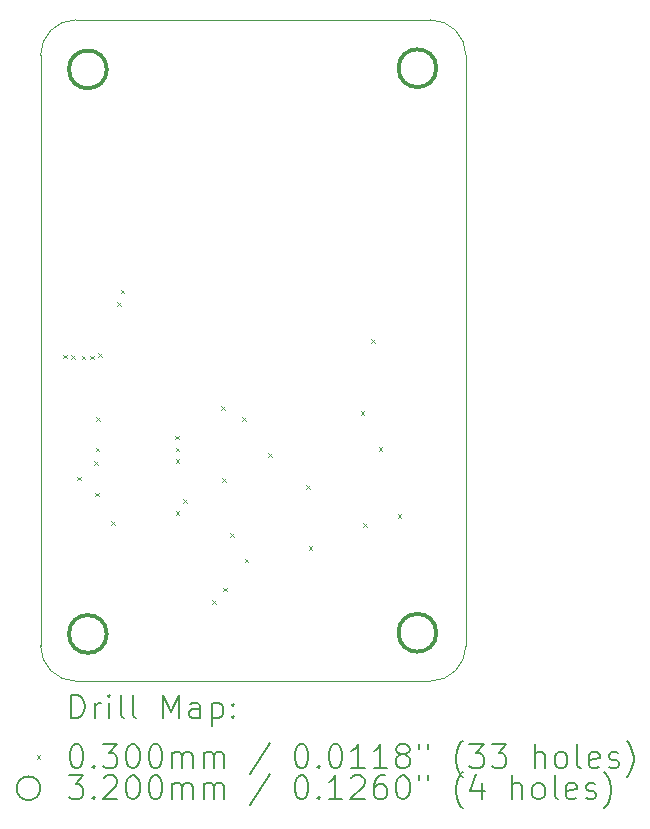
<source format=gbr>
%TF.GenerationSoftware,KiCad,Pcbnew,8.0.7*%
%TF.CreationDate,2025-01-15T11:33:52+05:30*%
%TF.ProjectId,STHDAQ_B1,53544844-4151-45f4-9231-2e6b69636164,rev?*%
%TF.SameCoordinates,Original*%
%TF.FileFunction,Drillmap*%
%TF.FilePolarity,Positive*%
%FSLAX45Y45*%
G04 Gerber Fmt 4.5, Leading zero omitted, Abs format (unit mm)*
G04 Created by KiCad (PCBNEW 8.0.7) date 2025-01-15 11:33:52*
%MOMM*%
%LPD*%
G01*
G04 APERTURE LIST*
%ADD10C,0.050000*%
%ADD11C,0.200000*%
%ADD12C,0.100000*%
%ADD13C,0.320000*%
G04 APERTURE END LIST*
D10*
X17003000Y-5050500D02*
G75*
G02*
X17303000Y-5350500I0J-300000D01*
G01*
X17003000Y-10650500D02*
X14003000Y-10650500D01*
X14003000Y-10650500D02*
G75*
G02*
X13703000Y-10350500I0J300000D01*
G01*
X17303000Y-5350500D02*
X17303000Y-10350500D01*
X17303000Y-10350500D02*
G75*
G02*
X17003000Y-10650500I-300000J0D01*
G01*
X13703000Y-10350500D02*
X13703000Y-5350500D01*
X14003000Y-5050500D02*
X17003000Y-5050500D01*
X13703000Y-5350500D02*
G75*
G02*
X14003000Y-5050500I300000J0D01*
G01*
D11*
D12*
X13893000Y-7885000D02*
X13923000Y-7915000D01*
X13923000Y-7885000D02*
X13893000Y-7915000D01*
X13962643Y-7892065D02*
X13992643Y-7922065D01*
X13992643Y-7892065D02*
X13962643Y-7922065D01*
X14011000Y-8920000D02*
X14041000Y-8950000D01*
X14041000Y-8920000D02*
X14011000Y-8950000D01*
X14052000Y-7894510D02*
X14082000Y-7924510D01*
X14082000Y-7894510D02*
X14052000Y-7924510D01*
X14122000Y-7894510D02*
X14152000Y-7924510D01*
X14152000Y-7894510D02*
X14122000Y-7924510D01*
X14158000Y-8786000D02*
X14188000Y-8816000D01*
X14188000Y-8786000D02*
X14158000Y-8816000D01*
X14166000Y-9056000D02*
X14196000Y-9086000D01*
X14196000Y-9056000D02*
X14166000Y-9086000D01*
X14171000Y-8673000D02*
X14201000Y-8703000D01*
X14201000Y-8673000D02*
X14171000Y-8703000D01*
X14173000Y-8416000D02*
X14203000Y-8446000D01*
X14203000Y-8416000D02*
X14173000Y-8446000D01*
X14189143Y-7874715D02*
X14219143Y-7904715D01*
X14219143Y-7874715D02*
X14189143Y-7904715D01*
X14302000Y-9294000D02*
X14332000Y-9324000D01*
X14332000Y-9294000D02*
X14302000Y-9324000D01*
X14353000Y-7442000D02*
X14383000Y-7472000D01*
X14383000Y-7442000D02*
X14353000Y-7472000D01*
X14381000Y-7338000D02*
X14411000Y-7368000D01*
X14411000Y-7338000D02*
X14381000Y-7368000D01*
X14844000Y-8574000D02*
X14874000Y-8604000D01*
X14874000Y-8574000D02*
X14844000Y-8604000D01*
X14846000Y-9212500D02*
X14876000Y-9242500D01*
X14876000Y-9212500D02*
X14846000Y-9242500D01*
X14848000Y-8672000D02*
X14878000Y-8702000D01*
X14878000Y-8672000D02*
X14848000Y-8702000D01*
X14848000Y-8771500D02*
X14878000Y-8801500D01*
X14878000Y-8771500D02*
X14848000Y-8801500D01*
X14910000Y-9108500D02*
X14940000Y-9138500D01*
X14940000Y-9108500D02*
X14910000Y-9138500D01*
X15157000Y-9965000D02*
X15187000Y-9995000D01*
X15187000Y-9965000D02*
X15157000Y-9995000D01*
X15232000Y-8321500D02*
X15262000Y-8351500D01*
X15262000Y-8321500D02*
X15232000Y-8351500D01*
X15239000Y-8931500D02*
X15269000Y-8961500D01*
X15269000Y-8931500D02*
X15239000Y-8961500D01*
X15247500Y-9860500D02*
X15277500Y-9890500D01*
X15277500Y-9860500D02*
X15247500Y-9890500D01*
X15310000Y-9400000D02*
X15340000Y-9430000D01*
X15340000Y-9400000D02*
X15310000Y-9430000D01*
X15410000Y-8416500D02*
X15440000Y-8446500D01*
X15440000Y-8416500D02*
X15410000Y-8446500D01*
X15433000Y-9614000D02*
X15463000Y-9644000D01*
X15463000Y-9614000D02*
X15433000Y-9644000D01*
X15630000Y-8718500D02*
X15660000Y-8748500D01*
X15660000Y-8718500D02*
X15630000Y-8748500D01*
X15954000Y-8990000D02*
X15984000Y-9020000D01*
X15984000Y-8990000D02*
X15954000Y-9020000D01*
X15974000Y-9506000D02*
X16004000Y-9536000D01*
X16004000Y-9506000D02*
X15974000Y-9536000D01*
X16414000Y-8364000D02*
X16444000Y-8394000D01*
X16444000Y-8364000D02*
X16414000Y-8394000D01*
X16434000Y-9314000D02*
X16464000Y-9344000D01*
X16464000Y-9314000D02*
X16434000Y-9344000D01*
X16503000Y-7755000D02*
X16533000Y-7785000D01*
X16533000Y-7755000D02*
X16503000Y-7785000D01*
X16567000Y-8671000D02*
X16597000Y-8701000D01*
X16597000Y-8671000D02*
X16567000Y-8701000D01*
X16725000Y-9236000D02*
X16755000Y-9266000D01*
X16755000Y-9236000D02*
X16725000Y-9266000D01*
D13*
X14263000Y-5470500D02*
G75*
G02*
X13943000Y-5470500I-160000J0D01*
G01*
X13943000Y-5470500D02*
G75*
G02*
X14263000Y-5470500I160000J0D01*
G01*
X14263000Y-10250500D02*
G75*
G02*
X13943000Y-10250500I-160000J0D01*
G01*
X13943000Y-10250500D02*
G75*
G02*
X14263000Y-10250500I160000J0D01*
G01*
X17053000Y-5460500D02*
G75*
G02*
X16733000Y-5460500I-160000J0D01*
G01*
X16733000Y-5460500D02*
G75*
G02*
X17053000Y-5460500I160000J0D01*
G01*
X17053000Y-10240500D02*
G75*
G02*
X16733000Y-10240500I-160000J0D01*
G01*
X16733000Y-10240500D02*
G75*
G02*
X17053000Y-10240500I160000J0D01*
G01*
D11*
X13961277Y-10964484D02*
X13961277Y-10764484D01*
X13961277Y-10764484D02*
X14008896Y-10764484D01*
X14008896Y-10764484D02*
X14037467Y-10774008D01*
X14037467Y-10774008D02*
X14056515Y-10793055D01*
X14056515Y-10793055D02*
X14066039Y-10812103D01*
X14066039Y-10812103D02*
X14075562Y-10850198D01*
X14075562Y-10850198D02*
X14075562Y-10878770D01*
X14075562Y-10878770D02*
X14066039Y-10916865D01*
X14066039Y-10916865D02*
X14056515Y-10935912D01*
X14056515Y-10935912D02*
X14037467Y-10954960D01*
X14037467Y-10954960D02*
X14008896Y-10964484D01*
X14008896Y-10964484D02*
X13961277Y-10964484D01*
X14161277Y-10964484D02*
X14161277Y-10831150D01*
X14161277Y-10869246D02*
X14170801Y-10850198D01*
X14170801Y-10850198D02*
X14180324Y-10840674D01*
X14180324Y-10840674D02*
X14199372Y-10831150D01*
X14199372Y-10831150D02*
X14218420Y-10831150D01*
X14285086Y-10964484D02*
X14285086Y-10831150D01*
X14285086Y-10764484D02*
X14275562Y-10774008D01*
X14275562Y-10774008D02*
X14285086Y-10783531D01*
X14285086Y-10783531D02*
X14294610Y-10774008D01*
X14294610Y-10774008D02*
X14285086Y-10764484D01*
X14285086Y-10764484D02*
X14285086Y-10783531D01*
X14408896Y-10964484D02*
X14389848Y-10954960D01*
X14389848Y-10954960D02*
X14380324Y-10935912D01*
X14380324Y-10935912D02*
X14380324Y-10764484D01*
X14513658Y-10964484D02*
X14494610Y-10954960D01*
X14494610Y-10954960D02*
X14485086Y-10935912D01*
X14485086Y-10935912D02*
X14485086Y-10764484D01*
X14742229Y-10964484D02*
X14742229Y-10764484D01*
X14742229Y-10764484D02*
X14808896Y-10907341D01*
X14808896Y-10907341D02*
X14875562Y-10764484D01*
X14875562Y-10764484D02*
X14875562Y-10964484D01*
X15056515Y-10964484D02*
X15056515Y-10859722D01*
X15056515Y-10859722D02*
X15046991Y-10840674D01*
X15046991Y-10840674D02*
X15027943Y-10831150D01*
X15027943Y-10831150D02*
X14989848Y-10831150D01*
X14989848Y-10831150D02*
X14970801Y-10840674D01*
X15056515Y-10954960D02*
X15037467Y-10964484D01*
X15037467Y-10964484D02*
X14989848Y-10964484D01*
X14989848Y-10964484D02*
X14970801Y-10954960D01*
X14970801Y-10954960D02*
X14961277Y-10935912D01*
X14961277Y-10935912D02*
X14961277Y-10916865D01*
X14961277Y-10916865D02*
X14970801Y-10897817D01*
X14970801Y-10897817D02*
X14989848Y-10888293D01*
X14989848Y-10888293D02*
X15037467Y-10888293D01*
X15037467Y-10888293D02*
X15056515Y-10878770D01*
X15151753Y-10831150D02*
X15151753Y-11031150D01*
X15151753Y-10840674D02*
X15170801Y-10831150D01*
X15170801Y-10831150D02*
X15208896Y-10831150D01*
X15208896Y-10831150D02*
X15227943Y-10840674D01*
X15227943Y-10840674D02*
X15237467Y-10850198D01*
X15237467Y-10850198D02*
X15246991Y-10869246D01*
X15246991Y-10869246D02*
X15246991Y-10926389D01*
X15246991Y-10926389D02*
X15237467Y-10945436D01*
X15237467Y-10945436D02*
X15227943Y-10954960D01*
X15227943Y-10954960D02*
X15208896Y-10964484D01*
X15208896Y-10964484D02*
X15170801Y-10964484D01*
X15170801Y-10964484D02*
X15151753Y-10954960D01*
X15332705Y-10945436D02*
X15342229Y-10954960D01*
X15342229Y-10954960D02*
X15332705Y-10964484D01*
X15332705Y-10964484D02*
X15323182Y-10954960D01*
X15323182Y-10954960D02*
X15332705Y-10945436D01*
X15332705Y-10945436D02*
X15332705Y-10964484D01*
X15332705Y-10840674D02*
X15342229Y-10850198D01*
X15342229Y-10850198D02*
X15332705Y-10859722D01*
X15332705Y-10859722D02*
X15323182Y-10850198D01*
X15323182Y-10850198D02*
X15332705Y-10840674D01*
X15332705Y-10840674D02*
X15332705Y-10859722D01*
D12*
X13670500Y-11278000D02*
X13700500Y-11308000D01*
X13700500Y-11278000D02*
X13670500Y-11308000D01*
D11*
X13999372Y-11184484D02*
X14018420Y-11184484D01*
X14018420Y-11184484D02*
X14037467Y-11194008D01*
X14037467Y-11194008D02*
X14046991Y-11203531D01*
X14046991Y-11203531D02*
X14056515Y-11222579D01*
X14056515Y-11222579D02*
X14066039Y-11260674D01*
X14066039Y-11260674D02*
X14066039Y-11308293D01*
X14066039Y-11308293D02*
X14056515Y-11346388D01*
X14056515Y-11346388D02*
X14046991Y-11365436D01*
X14046991Y-11365436D02*
X14037467Y-11374960D01*
X14037467Y-11374960D02*
X14018420Y-11384484D01*
X14018420Y-11384484D02*
X13999372Y-11384484D01*
X13999372Y-11384484D02*
X13980324Y-11374960D01*
X13980324Y-11374960D02*
X13970801Y-11365436D01*
X13970801Y-11365436D02*
X13961277Y-11346388D01*
X13961277Y-11346388D02*
X13951753Y-11308293D01*
X13951753Y-11308293D02*
X13951753Y-11260674D01*
X13951753Y-11260674D02*
X13961277Y-11222579D01*
X13961277Y-11222579D02*
X13970801Y-11203531D01*
X13970801Y-11203531D02*
X13980324Y-11194008D01*
X13980324Y-11194008D02*
X13999372Y-11184484D01*
X14151753Y-11365436D02*
X14161277Y-11374960D01*
X14161277Y-11374960D02*
X14151753Y-11384484D01*
X14151753Y-11384484D02*
X14142229Y-11374960D01*
X14142229Y-11374960D02*
X14151753Y-11365436D01*
X14151753Y-11365436D02*
X14151753Y-11384484D01*
X14227943Y-11184484D02*
X14351753Y-11184484D01*
X14351753Y-11184484D02*
X14285086Y-11260674D01*
X14285086Y-11260674D02*
X14313658Y-11260674D01*
X14313658Y-11260674D02*
X14332705Y-11270198D01*
X14332705Y-11270198D02*
X14342229Y-11279722D01*
X14342229Y-11279722D02*
X14351753Y-11298769D01*
X14351753Y-11298769D02*
X14351753Y-11346388D01*
X14351753Y-11346388D02*
X14342229Y-11365436D01*
X14342229Y-11365436D02*
X14332705Y-11374960D01*
X14332705Y-11374960D02*
X14313658Y-11384484D01*
X14313658Y-11384484D02*
X14256515Y-11384484D01*
X14256515Y-11384484D02*
X14237467Y-11374960D01*
X14237467Y-11374960D02*
X14227943Y-11365436D01*
X14475562Y-11184484D02*
X14494610Y-11184484D01*
X14494610Y-11184484D02*
X14513658Y-11194008D01*
X14513658Y-11194008D02*
X14523182Y-11203531D01*
X14523182Y-11203531D02*
X14532705Y-11222579D01*
X14532705Y-11222579D02*
X14542229Y-11260674D01*
X14542229Y-11260674D02*
X14542229Y-11308293D01*
X14542229Y-11308293D02*
X14532705Y-11346388D01*
X14532705Y-11346388D02*
X14523182Y-11365436D01*
X14523182Y-11365436D02*
X14513658Y-11374960D01*
X14513658Y-11374960D02*
X14494610Y-11384484D01*
X14494610Y-11384484D02*
X14475562Y-11384484D01*
X14475562Y-11384484D02*
X14456515Y-11374960D01*
X14456515Y-11374960D02*
X14446991Y-11365436D01*
X14446991Y-11365436D02*
X14437467Y-11346388D01*
X14437467Y-11346388D02*
X14427943Y-11308293D01*
X14427943Y-11308293D02*
X14427943Y-11260674D01*
X14427943Y-11260674D02*
X14437467Y-11222579D01*
X14437467Y-11222579D02*
X14446991Y-11203531D01*
X14446991Y-11203531D02*
X14456515Y-11194008D01*
X14456515Y-11194008D02*
X14475562Y-11184484D01*
X14666039Y-11184484D02*
X14685086Y-11184484D01*
X14685086Y-11184484D02*
X14704134Y-11194008D01*
X14704134Y-11194008D02*
X14713658Y-11203531D01*
X14713658Y-11203531D02*
X14723182Y-11222579D01*
X14723182Y-11222579D02*
X14732705Y-11260674D01*
X14732705Y-11260674D02*
X14732705Y-11308293D01*
X14732705Y-11308293D02*
X14723182Y-11346388D01*
X14723182Y-11346388D02*
X14713658Y-11365436D01*
X14713658Y-11365436D02*
X14704134Y-11374960D01*
X14704134Y-11374960D02*
X14685086Y-11384484D01*
X14685086Y-11384484D02*
X14666039Y-11384484D01*
X14666039Y-11384484D02*
X14646991Y-11374960D01*
X14646991Y-11374960D02*
X14637467Y-11365436D01*
X14637467Y-11365436D02*
X14627943Y-11346388D01*
X14627943Y-11346388D02*
X14618420Y-11308293D01*
X14618420Y-11308293D02*
X14618420Y-11260674D01*
X14618420Y-11260674D02*
X14627943Y-11222579D01*
X14627943Y-11222579D02*
X14637467Y-11203531D01*
X14637467Y-11203531D02*
X14646991Y-11194008D01*
X14646991Y-11194008D02*
X14666039Y-11184484D01*
X14818420Y-11384484D02*
X14818420Y-11251150D01*
X14818420Y-11270198D02*
X14827943Y-11260674D01*
X14827943Y-11260674D02*
X14846991Y-11251150D01*
X14846991Y-11251150D02*
X14875563Y-11251150D01*
X14875563Y-11251150D02*
X14894610Y-11260674D01*
X14894610Y-11260674D02*
X14904134Y-11279722D01*
X14904134Y-11279722D02*
X14904134Y-11384484D01*
X14904134Y-11279722D02*
X14913658Y-11260674D01*
X14913658Y-11260674D02*
X14932705Y-11251150D01*
X14932705Y-11251150D02*
X14961277Y-11251150D01*
X14961277Y-11251150D02*
X14980324Y-11260674D01*
X14980324Y-11260674D02*
X14989848Y-11279722D01*
X14989848Y-11279722D02*
X14989848Y-11384484D01*
X15085086Y-11384484D02*
X15085086Y-11251150D01*
X15085086Y-11270198D02*
X15094610Y-11260674D01*
X15094610Y-11260674D02*
X15113658Y-11251150D01*
X15113658Y-11251150D02*
X15142229Y-11251150D01*
X15142229Y-11251150D02*
X15161277Y-11260674D01*
X15161277Y-11260674D02*
X15170801Y-11279722D01*
X15170801Y-11279722D02*
X15170801Y-11384484D01*
X15170801Y-11279722D02*
X15180324Y-11260674D01*
X15180324Y-11260674D02*
X15199372Y-11251150D01*
X15199372Y-11251150D02*
X15227943Y-11251150D01*
X15227943Y-11251150D02*
X15246991Y-11260674D01*
X15246991Y-11260674D02*
X15256515Y-11279722D01*
X15256515Y-11279722D02*
X15256515Y-11384484D01*
X15646991Y-11174960D02*
X15475563Y-11432103D01*
X15904134Y-11184484D02*
X15923182Y-11184484D01*
X15923182Y-11184484D02*
X15942229Y-11194008D01*
X15942229Y-11194008D02*
X15951753Y-11203531D01*
X15951753Y-11203531D02*
X15961277Y-11222579D01*
X15961277Y-11222579D02*
X15970801Y-11260674D01*
X15970801Y-11260674D02*
X15970801Y-11308293D01*
X15970801Y-11308293D02*
X15961277Y-11346388D01*
X15961277Y-11346388D02*
X15951753Y-11365436D01*
X15951753Y-11365436D02*
X15942229Y-11374960D01*
X15942229Y-11374960D02*
X15923182Y-11384484D01*
X15923182Y-11384484D02*
X15904134Y-11384484D01*
X15904134Y-11384484D02*
X15885086Y-11374960D01*
X15885086Y-11374960D02*
X15875563Y-11365436D01*
X15875563Y-11365436D02*
X15866039Y-11346388D01*
X15866039Y-11346388D02*
X15856515Y-11308293D01*
X15856515Y-11308293D02*
X15856515Y-11260674D01*
X15856515Y-11260674D02*
X15866039Y-11222579D01*
X15866039Y-11222579D02*
X15875563Y-11203531D01*
X15875563Y-11203531D02*
X15885086Y-11194008D01*
X15885086Y-11194008D02*
X15904134Y-11184484D01*
X16056515Y-11365436D02*
X16066039Y-11374960D01*
X16066039Y-11374960D02*
X16056515Y-11384484D01*
X16056515Y-11384484D02*
X16046991Y-11374960D01*
X16046991Y-11374960D02*
X16056515Y-11365436D01*
X16056515Y-11365436D02*
X16056515Y-11384484D01*
X16189848Y-11184484D02*
X16208896Y-11184484D01*
X16208896Y-11184484D02*
X16227944Y-11194008D01*
X16227944Y-11194008D02*
X16237467Y-11203531D01*
X16237467Y-11203531D02*
X16246991Y-11222579D01*
X16246991Y-11222579D02*
X16256515Y-11260674D01*
X16256515Y-11260674D02*
X16256515Y-11308293D01*
X16256515Y-11308293D02*
X16246991Y-11346388D01*
X16246991Y-11346388D02*
X16237467Y-11365436D01*
X16237467Y-11365436D02*
X16227944Y-11374960D01*
X16227944Y-11374960D02*
X16208896Y-11384484D01*
X16208896Y-11384484D02*
X16189848Y-11384484D01*
X16189848Y-11384484D02*
X16170801Y-11374960D01*
X16170801Y-11374960D02*
X16161277Y-11365436D01*
X16161277Y-11365436D02*
X16151753Y-11346388D01*
X16151753Y-11346388D02*
X16142229Y-11308293D01*
X16142229Y-11308293D02*
X16142229Y-11260674D01*
X16142229Y-11260674D02*
X16151753Y-11222579D01*
X16151753Y-11222579D02*
X16161277Y-11203531D01*
X16161277Y-11203531D02*
X16170801Y-11194008D01*
X16170801Y-11194008D02*
X16189848Y-11184484D01*
X16446991Y-11384484D02*
X16332706Y-11384484D01*
X16389848Y-11384484D02*
X16389848Y-11184484D01*
X16389848Y-11184484D02*
X16370801Y-11213055D01*
X16370801Y-11213055D02*
X16351753Y-11232103D01*
X16351753Y-11232103D02*
X16332706Y-11241627D01*
X16637467Y-11384484D02*
X16523182Y-11384484D01*
X16580325Y-11384484D02*
X16580325Y-11184484D01*
X16580325Y-11184484D02*
X16561277Y-11213055D01*
X16561277Y-11213055D02*
X16542229Y-11232103D01*
X16542229Y-11232103D02*
X16523182Y-11241627D01*
X16751753Y-11270198D02*
X16732706Y-11260674D01*
X16732706Y-11260674D02*
X16723182Y-11251150D01*
X16723182Y-11251150D02*
X16713658Y-11232103D01*
X16713658Y-11232103D02*
X16713658Y-11222579D01*
X16713658Y-11222579D02*
X16723182Y-11203531D01*
X16723182Y-11203531D02*
X16732706Y-11194008D01*
X16732706Y-11194008D02*
X16751753Y-11184484D01*
X16751753Y-11184484D02*
X16789849Y-11184484D01*
X16789849Y-11184484D02*
X16808896Y-11194008D01*
X16808896Y-11194008D02*
X16818420Y-11203531D01*
X16818420Y-11203531D02*
X16827944Y-11222579D01*
X16827944Y-11222579D02*
X16827944Y-11232103D01*
X16827944Y-11232103D02*
X16818420Y-11251150D01*
X16818420Y-11251150D02*
X16808896Y-11260674D01*
X16808896Y-11260674D02*
X16789849Y-11270198D01*
X16789849Y-11270198D02*
X16751753Y-11270198D01*
X16751753Y-11270198D02*
X16732706Y-11279722D01*
X16732706Y-11279722D02*
X16723182Y-11289246D01*
X16723182Y-11289246D02*
X16713658Y-11308293D01*
X16713658Y-11308293D02*
X16713658Y-11346388D01*
X16713658Y-11346388D02*
X16723182Y-11365436D01*
X16723182Y-11365436D02*
X16732706Y-11374960D01*
X16732706Y-11374960D02*
X16751753Y-11384484D01*
X16751753Y-11384484D02*
X16789849Y-11384484D01*
X16789849Y-11384484D02*
X16808896Y-11374960D01*
X16808896Y-11374960D02*
X16818420Y-11365436D01*
X16818420Y-11365436D02*
X16827944Y-11346388D01*
X16827944Y-11346388D02*
X16827944Y-11308293D01*
X16827944Y-11308293D02*
X16818420Y-11289246D01*
X16818420Y-11289246D02*
X16808896Y-11279722D01*
X16808896Y-11279722D02*
X16789849Y-11270198D01*
X16904134Y-11184484D02*
X16904134Y-11222579D01*
X16980325Y-11184484D02*
X16980325Y-11222579D01*
X17275563Y-11460674D02*
X17266039Y-11451150D01*
X17266039Y-11451150D02*
X17246991Y-11422579D01*
X17246991Y-11422579D02*
X17237468Y-11403531D01*
X17237468Y-11403531D02*
X17227944Y-11374960D01*
X17227944Y-11374960D02*
X17218420Y-11327341D01*
X17218420Y-11327341D02*
X17218420Y-11289246D01*
X17218420Y-11289246D02*
X17227944Y-11241627D01*
X17227944Y-11241627D02*
X17237468Y-11213055D01*
X17237468Y-11213055D02*
X17246991Y-11194008D01*
X17246991Y-11194008D02*
X17266039Y-11165436D01*
X17266039Y-11165436D02*
X17275563Y-11155912D01*
X17332706Y-11184484D02*
X17456515Y-11184484D01*
X17456515Y-11184484D02*
X17389849Y-11260674D01*
X17389849Y-11260674D02*
X17418420Y-11260674D01*
X17418420Y-11260674D02*
X17437468Y-11270198D01*
X17437468Y-11270198D02*
X17446991Y-11279722D01*
X17446991Y-11279722D02*
X17456515Y-11298769D01*
X17456515Y-11298769D02*
X17456515Y-11346388D01*
X17456515Y-11346388D02*
X17446991Y-11365436D01*
X17446991Y-11365436D02*
X17437468Y-11374960D01*
X17437468Y-11374960D02*
X17418420Y-11384484D01*
X17418420Y-11384484D02*
X17361277Y-11384484D01*
X17361277Y-11384484D02*
X17342230Y-11374960D01*
X17342230Y-11374960D02*
X17332706Y-11365436D01*
X17523182Y-11184484D02*
X17646991Y-11184484D01*
X17646991Y-11184484D02*
X17580325Y-11260674D01*
X17580325Y-11260674D02*
X17608896Y-11260674D01*
X17608896Y-11260674D02*
X17627944Y-11270198D01*
X17627944Y-11270198D02*
X17637468Y-11279722D01*
X17637468Y-11279722D02*
X17646991Y-11298769D01*
X17646991Y-11298769D02*
X17646991Y-11346388D01*
X17646991Y-11346388D02*
X17637468Y-11365436D01*
X17637468Y-11365436D02*
X17627944Y-11374960D01*
X17627944Y-11374960D02*
X17608896Y-11384484D01*
X17608896Y-11384484D02*
X17551753Y-11384484D01*
X17551753Y-11384484D02*
X17532706Y-11374960D01*
X17532706Y-11374960D02*
X17523182Y-11365436D01*
X17885087Y-11384484D02*
X17885087Y-11184484D01*
X17970801Y-11384484D02*
X17970801Y-11279722D01*
X17970801Y-11279722D02*
X17961277Y-11260674D01*
X17961277Y-11260674D02*
X17942230Y-11251150D01*
X17942230Y-11251150D02*
X17913658Y-11251150D01*
X17913658Y-11251150D02*
X17894611Y-11260674D01*
X17894611Y-11260674D02*
X17885087Y-11270198D01*
X18094611Y-11384484D02*
X18075563Y-11374960D01*
X18075563Y-11374960D02*
X18066039Y-11365436D01*
X18066039Y-11365436D02*
X18056515Y-11346388D01*
X18056515Y-11346388D02*
X18056515Y-11289246D01*
X18056515Y-11289246D02*
X18066039Y-11270198D01*
X18066039Y-11270198D02*
X18075563Y-11260674D01*
X18075563Y-11260674D02*
X18094611Y-11251150D01*
X18094611Y-11251150D02*
X18123182Y-11251150D01*
X18123182Y-11251150D02*
X18142230Y-11260674D01*
X18142230Y-11260674D02*
X18151753Y-11270198D01*
X18151753Y-11270198D02*
X18161277Y-11289246D01*
X18161277Y-11289246D02*
X18161277Y-11346388D01*
X18161277Y-11346388D02*
X18151753Y-11365436D01*
X18151753Y-11365436D02*
X18142230Y-11374960D01*
X18142230Y-11374960D02*
X18123182Y-11384484D01*
X18123182Y-11384484D02*
X18094611Y-11384484D01*
X18275563Y-11384484D02*
X18256515Y-11374960D01*
X18256515Y-11374960D02*
X18246992Y-11355912D01*
X18246992Y-11355912D02*
X18246992Y-11184484D01*
X18427944Y-11374960D02*
X18408896Y-11384484D01*
X18408896Y-11384484D02*
X18370801Y-11384484D01*
X18370801Y-11384484D02*
X18351753Y-11374960D01*
X18351753Y-11374960D02*
X18342230Y-11355912D01*
X18342230Y-11355912D02*
X18342230Y-11279722D01*
X18342230Y-11279722D02*
X18351753Y-11260674D01*
X18351753Y-11260674D02*
X18370801Y-11251150D01*
X18370801Y-11251150D02*
X18408896Y-11251150D01*
X18408896Y-11251150D02*
X18427944Y-11260674D01*
X18427944Y-11260674D02*
X18437468Y-11279722D01*
X18437468Y-11279722D02*
X18437468Y-11298769D01*
X18437468Y-11298769D02*
X18342230Y-11317817D01*
X18513658Y-11374960D02*
X18532706Y-11384484D01*
X18532706Y-11384484D02*
X18570801Y-11384484D01*
X18570801Y-11384484D02*
X18589849Y-11374960D01*
X18589849Y-11374960D02*
X18599373Y-11355912D01*
X18599373Y-11355912D02*
X18599373Y-11346388D01*
X18599373Y-11346388D02*
X18589849Y-11327341D01*
X18589849Y-11327341D02*
X18570801Y-11317817D01*
X18570801Y-11317817D02*
X18542230Y-11317817D01*
X18542230Y-11317817D02*
X18523182Y-11308293D01*
X18523182Y-11308293D02*
X18513658Y-11289246D01*
X18513658Y-11289246D02*
X18513658Y-11279722D01*
X18513658Y-11279722D02*
X18523182Y-11260674D01*
X18523182Y-11260674D02*
X18542230Y-11251150D01*
X18542230Y-11251150D02*
X18570801Y-11251150D01*
X18570801Y-11251150D02*
X18589849Y-11260674D01*
X18666039Y-11460674D02*
X18675563Y-11451150D01*
X18675563Y-11451150D02*
X18694611Y-11422579D01*
X18694611Y-11422579D02*
X18704134Y-11403531D01*
X18704134Y-11403531D02*
X18713658Y-11374960D01*
X18713658Y-11374960D02*
X18723182Y-11327341D01*
X18723182Y-11327341D02*
X18723182Y-11289246D01*
X18723182Y-11289246D02*
X18713658Y-11241627D01*
X18713658Y-11241627D02*
X18704134Y-11213055D01*
X18704134Y-11213055D02*
X18694611Y-11194008D01*
X18694611Y-11194008D02*
X18675563Y-11165436D01*
X18675563Y-11165436D02*
X18666039Y-11155912D01*
X13700500Y-11557000D02*
G75*
G02*
X13500500Y-11557000I-100000J0D01*
G01*
X13500500Y-11557000D02*
G75*
G02*
X13700500Y-11557000I100000J0D01*
G01*
X13942229Y-11448484D02*
X14066039Y-11448484D01*
X14066039Y-11448484D02*
X13999372Y-11524674D01*
X13999372Y-11524674D02*
X14027943Y-11524674D01*
X14027943Y-11524674D02*
X14046991Y-11534198D01*
X14046991Y-11534198D02*
X14056515Y-11543722D01*
X14056515Y-11543722D02*
X14066039Y-11562769D01*
X14066039Y-11562769D02*
X14066039Y-11610388D01*
X14066039Y-11610388D02*
X14056515Y-11629436D01*
X14056515Y-11629436D02*
X14046991Y-11638960D01*
X14046991Y-11638960D02*
X14027943Y-11648484D01*
X14027943Y-11648484D02*
X13970801Y-11648484D01*
X13970801Y-11648484D02*
X13951753Y-11638960D01*
X13951753Y-11638960D02*
X13942229Y-11629436D01*
X14151753Y-11629436D02*
X14161277Y-11638960D01*
X14161277Y-11638960D02*
X14151753Y-11648484D01*
X14151753Y-11648484D02*
X14142229Y-11638960D01*
X14142229Y-11638960D02*
X14151753Y-11629436D01*
X14151753Y-11629436D02*
X14151753Y-11648484D01*
X14237467Y-11467531D02*
X14246991Y-11458008D01*
X14246991Y-11458008D02*
X14266039Y-11448484D01*
X14266039Y-11448484D02*
X14313658Y-11448484D01*
X14313658Y-11448484D02*
X14332705Y-11458008D01*
X14332705Y-11458008D02*
X14342229Y-11467531D01*
X14342229Y-11467531D02*
X14351753Y-11486579D01*
X14351753Y-11486579D02*
X14351753Y-11505627D01*
X14351753Y-11505627D02*
X14342229Y-11534198D01*
X14342229Y-11534198D02*
X14227943Y-11648484D01*
X14227943Y-11648484D02*
X14351753Y-11648484D01*
X14475562Y-11448484D02*
X14494610Y-11448484D01*
X14494610Y-11448484D02*
X14513658Y-11458008D01*
X14513658Y-11458008D02*
X14523182Y-11467531D01*
X14523182Y-11467531D02*
X14532705Y-11486579D01*
X14532705Y-11486579D02*
X14542229Y-11524674D01*
X14542229Y-11524674D02*
X14542229Y-11572293D01*
X14542229Y-11572293D02*
X14532705Y-11610388D01*
X14532705Y-11610388D02*
X14523182Y-11629436D01*
X14523182Y-11629436D02*
X14513658Y-11638960D01*
X14513658Y-11638960D02*
X14494610Y-11648484D01*
X14494610Y-11648484D02*
X14475562Y-11648484D01*
X14475562Y-11648484D02*
X14456515Y-11638960D01*
X14456515Y-11638960D02*
X14446991Y-11629436D01*
X14446991Y-11629436D02*
X14437467Y-11610388D01*
X14437467Y-11610388D02*
X14427943Y-11572293D01*
X14427943Y-11572293D02*
X14427943Y-11524674D01*
X14427943Y-11524674D02*
X14437467Y-11486579D01*
X14437467Y-11486579D02*
X14446991Y-11467531D01*
X14446991Y-11467531D02*
X14456515Y-11458008D01*
X14456515Y-11458008D02*
X14475562Y-11448484D01*
X14666039Y-11448484D02*
X14685086Y-11448484D01*
X14685086Y-11448484D02*
X14704134Y-11458008D01*
X14704134Y-11458008D02*
X14713658Y-11467531D01*
X14713658Y-11467531D02*
X14723182Y-11486579D01*
X14723182Y-11486579D02*
X14732705Y-11524674D01*
X14732705Y-11524674D02*
X14732705Y-11572293D01*
X14732705Y-11572293D02*
X14723182Y-11610388D01*
X14723182Y-11610388D02*
X14713658Y-11629436D01*
X14713658Y-11629436D02*
X14704134Y-11638960D01*
X14704134Y-11638960D02*
X14685086Y-11648484D01*
X14685086Y-11648484D02*
X14666039Y-11648484D01*
X14666039Y-11648484D02*
X14646991Y-11638960D01*
X14646991Y-11638960D02*
X14637467Y-11629436D01*
X14637467Y-11629436D02*
X14627943Y-11610388D01*
X14627943Y-11610388D02*
X14618420Y-11572293D01*
X14618420Y-11572293D02*
X14618420Y-11524674D01*
X14618420Y-11524674D02*
X14627943Y-11486579D01*
X14627943Y-11486579D02*
X14637467Y-11467531D01*
X14637467Y-11467531D02*
X14646991Y-11458008D01*
X14646991Y-11458008D02*
X14666039Y-11448484D01*
X14818420Y-11648484D02*
X14818420Y-11515150D01*
X14818420Y-11534198D02*
X14827943Y-11524674D01*
X14827943Y-11524674D02*
X14846991Y-11515150D01*
X14846991Y-11515150D02*
X14875563Y-11515150D01*
X14875563Y-11515150D02*
X14894610Y-11524674D01*
X14894610Y-11524674D02*
X14904134Y-11543722D01*
X14904134Y-11543722D02*
X14904134Y-11648484D01*
X14904134Y-11543722D02*
X14913658Y-11524674D01*
X14913658Y-11524674D02*
X14932705Y-11515150D01*
X14932705Y-11515150D02*
X14961277Y-11515150D01*
X14961277Y-11515150D02*
X14980324Y-11524674D01*
X14980324Y-11524674D02*
X14989848Y-11543722D01*
X14989848Y-11543722D02*
X14989848Y-11648484D01*
X15085086Y-11648484D02*
X15085086Y-11515150D01*
X15085086Y-11534198D02*
X15094610Y-11524674D01*
X15094610Y-11524674D02*
X15113658Y-11515150D01*
X15113658Y-11515150D02*
X15142229Y-11515150D01*
X15142229Y-11515150D02*
X15161277Y-11524674D01*
X15161277Y-11524674D02*
X15170801Y-11543722D01*
X15170801Y-11543722D02*
X15170801Y-11648484D01*
X15170801Y-11543722D02*
X15180324Y-11524674D01*
X15180324Y-11524674D02*
X15199372Y-11515150D01*
X15199372Y-11515150D02*
X15227943Y-11515150D01*
X15227943Y-11515150D02*
X15246991Y-11524674D01*
X15246991Y-11524674D02*
X15256515Y-11543722D01*
X15256515Y-11543722D02*
X15256515Y-11648484D01*
X15646991Y-11438960D02*
X15475563Y-11696103D01*
X15904134Y-11448484D02*
X15923182Y-11448484D01*
X15923182Y-11448484D02*
X15942229Y-11458008D01*
X15942229Y-11458008D02*
X15951753Y-11467531D01*
X15951753Y-11467531D02*
X15961277Y-11486579D01*
X15961277Y-11486579D02*
X15970801Y-11524674D01*
X15970801Y-11524674D02*
X15970801Y-11572293D01*
X15970801Y-11572293D02*
X15961277Y-11610388D01*
X15961277Y-11610388D02*
X15951753Y-11629436D01*
X15951753Y-11629436D02*
X15942229Y-11638960D01*
X15942229Y-11638960D02*
X15923182Y-11648484D01*
X15923182Y-11648484D02*
X15904134Y-11648484D01*
X15904134Y-11648484D02*
X15885086Y-11638960D01*
X15885086Y-11638960D02*
X15875563Y-11629436D01*
X15875563Y-11629436D02*
X15866039Y-11610388D01*
X15866039Y-11610388D02*
X15856515Y-11572293D01*
X15856515Y-11572293D02*
X15856515Y-11524674D01*
X15856515Y-11524674D02*
X15866039Y-11486579D01*
X15866039Y-11486579D02*
X15875563Y-11467531D01*
X15875563Y-11467531D02*
X15885086Y-11458008D01*
X15885086Y-11458008D02*
X15904134Y-11448484D01*
X16056515Y-11629436D02*
X16066039Y-11638960D01*
X16066039Y-11638960D02*
X16056515Y-11648484D01*
X16056515Y-11648484D02*
X16046991Y-11638960D01*
X16046991Y-11638960D02*
X16056515Y-11629436D01*
X16056515Y-11629436D02*
X16056515Y-11648484D01*
X16256515Y-11648484D02*
X16142229Y-11648484D01*
X16199372Y-11648484D02*
X16199372Y-11448484D01*
X16199372Y-11448484D02*
X16180325Y-11477055D01*
X16180325Y-11477055D02*
X16161277Y-11496103D01*
X16161277Y-11496103D02*
X16142229Y-11505627D01*
X16332706Y-11467531D02*
X16342229Y-11458008D01*
X16342229Y-11458008D02*
X16361277Y-11448484D01*
X16361277Y-11448484D02*
X16408896Y-11448484D01*
X16408896Y-11448484D02*
X16427944Y-11458008D01*
X16427944Y-11458008D02*
X16437467Y-11467531D01*
X16437467Y-11467531D02*
X16446991Y-11486579D01*
X16446991Y-11486579D02*
X16446991Y-11505627D01*
X16446991Y-11505627D02*
X16437467Y-11534198D01*
X16437467Y-11534198D02*
X16323182Y-11648484D01*
X16323182Y-11648484D02*
X16446991Y-11648484D01*
X16618420Y-11448484D02*
X16580325Y-11448484D01*
X16580325Y-11448484D02*
X16561277Y-11458008D01*
X16561277Y-11458008D02*
X16551753Y-11467531D01*
X16551753Y-11467531D02*
X16532706Y-11496103D01*
X16532706Y-11496103D02*
X16523182Y-11534198D01*
X16523182Y-11534198D02*
X16523182Y-11610388D01*
X16523182Y-11610388D02*
X16532706Y-11629436D01*
X16532706Y-11629436D02*
X16542229Y-11638960D01*
X16542229Y-11638960D02*
X16561277Y-11648484D01*
X16561277Y-11648484D02*
X16599372Y-11648484D01*
X16599372Y-11648484D02*
X16618420Y-11638960D01*
X16618420Y-11638960D02*
X16627944Y-11629436D01*
X16627944Y-11629436D02*
X16637467Y-11610388D01*
X16637467Y-11610388D02*
X16637467Y-11562769D01*
X16637467Y-11562769D02*
X16627944Y-11543722D01*
X16627944Y-11543722D02*
X16618420Y-11534198D01*
X16618420Y-11534198D02*
X16599372Y-11524674D01*
X16599372Y-11524674D02*
X16561277Y-11524674D01*
X16561277Y-11524674D02*
X16542229Y-11534198D01*
X16542229Y-11534198D02*
X16532706Y-11543722D01*
X16532706Y-11543722D02*
X16523182Y-11562769D01*
X16761277Y-11448484D02*
X16780325Y-11448484D01*
X16780325Y-11448484D02*
X16799372Y-11458008D01*
X16799372Y-11458008D02*
X16808896Y-11467531D01*
X16808896Y-11467531D02*
X16818420Y-11486579D01*
X16818420Y-11486579D02*
X16827944Y-11524674D01*
X16827944Y-11524674D02*
X16827944Y-11572293D01*
X16827944Y-11572293D02*
X16818420Y-11610388D01*
X16818420Y-11610388D02*
X16808896Y-11629436D01*
X16808896Y-11629436D02*
X16799372Y-11638960D01*
X16799372Y-11638960D02*
X16780325Y-11648484D01*
X16780325Y-11648484D02*
X16761277Y-11648484D01*
X16761277Y-11648484D02*
X16742229Y-11638960D01*
X16742229Y-11638960D02*
X16732706Y-11629436D01*
X16732706Y-11629436D02*
X16723182Y-11610388D01*
X16723182Y-11610388D02*
X16713658Y-11572293D01*
X16713658Y-11572293D02*
X16713658Y-11524674D01*
X16713658Y-11524674D02*
X16723182Y-11486579D01*
X16723182Y-11486579D02*
X16732706Y-11467531D01*
X16732706Y-11467531D02*
X16742229Y-11458008D01*
X16742229Y-11458008D02*
X16761277Y-11448484D01*
X16904134Y-11448484D02*
X16904134Y-11486579D01*
X16980325Y-11448484D02*
X16980325Y-11486579D01*
X17275563Y-11724674D02*
X17266039Y-11715150D01*
X17266039Y-11715150D02*
X17246991Y-11686579D01*
X17246991Y-11686579D02*
X17237468Y-11667531D01*
X17237468Y-11667531D02*
X17227944Y-11638960D01*
X17227944Y-11638960D02*
X17218420Y-11591341D01*
X17218420Y-11591341D02*
X17218420Y-11553246D01*
X17218420Y-11553246D02*
X17227944Y-11505627D01*
X17227944Y-11505627D02*
X17237468Y-11477055D01*
X17237468Y-11477055D02*
X17246991Y-11458008D01*
X17246991Y-11458008D02*
X17266039Y-11429436D01*
X17266039Y-11429436D02*
X17275563Y-11419912D01*
X17437468Y-11515150D02*
X17437468Y-11648484D01*
X17389849Y-11438960D02*
X17342230Y-11581817D01*
X17342230Y-11581817D02*
X17466039Y-11581817D01*
X17694611Y-11648484D02*
X17694611Y-11448484D01*
X17780325Y-11648484D02*
X17780325Y-11543722D01*
X17780325Y-11543722D02*
X17770801Y-11524674D01*
X17770801Y-11524674D02*
X17751753Y-11515150D01*
X17751753Y-11515150D02*
X17723182Y-11515150D01*
X17723182Y-11515150D02*
X17704134Y-11524674D01*
X17704134Y-11524674D02*
X17694611Y-11534198D01*
X17904134Y-11648484D02*
X17885087Y-11638960D01*
X17885087Y-11638960D02*
X17875563Y-11629436D01*
X17875563Y-11629436D02*
X17866039Y-11610388D01*
X17866039Y-11610388D02*
X17866039Y-11553246D01*
X17866039Y-11553246D02*
X17875563Y-11534198D01*
X17875563Y-11534198D02*
X17885087Y-11524674D01*
X17885087Y-11524674D02*
X17904134Y-11515150D01*
X17904134Y-11515150D02*
X17932706Y-11515150D01*
X17932706Y-11515150D02*
X17951753Y-11524674D01*
X17951753Y-11524674D02*
X17961277Y-11534198D01*
X17961277Y-11534198D02*
X17970801Y-11553246D01*
X17970801Y-11553246D02*
X17970801Y-11610388D01*
X17970801Y-11610388D02*
X17961277Y-11629436D01*
X17961277Y-11629436D02*
X17951753Y-11638960D01*
X17951753Y-11638960D02*
X17932706Y-11648484D01*
X17932706Y-11648484D02*
X17904134Y-11648484D01*
X18085087Y-11648484D02*
X18066039Y-11638960D01*
X18066039Y-11638960D02*
X18056515Y-11619912D01*
X18056515Y-11619912D02*
X18056515Y-11448484D01*
X18237468Y-11638960D02*
X18218420Y-11648484D01*
X18218420Y-11648484D02*
X18180325Y-11648484D01*
X18180325Y-11648484D02*
X18161277Y-11638960D01*
X18161277Y-11638960D02*
X18151753Y-11619912D01*
X18151753Y-11619912D02*
X18151753Y-11543722D01*
X18151753Y-11543722D02*
X18161277Y-11524674D01*
X18161277Y-11524674D02*
X18180325Y-11515150D01*
X18180325Y-11515150D02*
X18218420Y-11515150D01*
X18218420Y-11515150D02*
X18237468Y-11524674D01*
X18237468Y-11524674D02*
X18246992Y-11543722D01*
X18246992Y-11543722D02*
X18246992Y-11562769D01*
X18246992Y-11562769D02*
X18151753Y-11581817D01*
X18323182Y-11638960D02*
X18342230Y-11648484D01*
X18342230Y-11648484D02*
X18380325Y-11648484D01*
X18380325Y-11648484D02*
X18399373Y-11638960D01*
X18399373Y-11638960D02*
X18408896Y-11619912D01*
X18408896Y-11619912D02*
X18408896Y-11610388D01*
X18408896Y-11610388D02*
X18399373Y-11591341D01*
X18399373Y-11591341D02*
X18380325Y-11581817D01*
X18380325Y-11581817D02*
X18351753Y-11581817D01*
X18351753Y-11581817D02*
X18332706Y-11572293D01*
X18332706Y-11572293D02*
X18323182Y-11553246D01*
X18323182Y-11553246D02*
X18323182Y-11543722D01*
X18323182Y-11543722D02*
X18332706Y-11524674D01*
X18332706Y-11524674D02*
X18351753Y-11515150D01*
X18351753Y-11515150D02*
X18380325Y-11515150D01*
X18380325Y-11515150D02*
X18399373Y-11524674D01*
X18475563Y-11724674D02*
X18485087Y-11715150D01*
X18485087Y-11715150D02*
X18504134Y-11686579D01*
X18504134Y-11686579D02*
X18513658Y-11667531D01*
X18513658Y-11667531D02*
X18523182Y-11638960D01*
X18523182Y-11638960D02*
X18532706Y-11591341D01*
X18532706Y-11591341D02*
X18532706Y-11553246D01*
X18532706Y-11553246D02*
X18523182Y-11505627D01*
X18523182Y-11505627D02*
X18513658Y-11477055D01*
X18513658Y-11477055D02*
X18504134Y-11458008D01*
X18504134Y-11458008D02*
X18485087Y-11429436D01*
X18485087Y-11429436D02*
X18475563Y-11419912D01*
M02*

</source>
